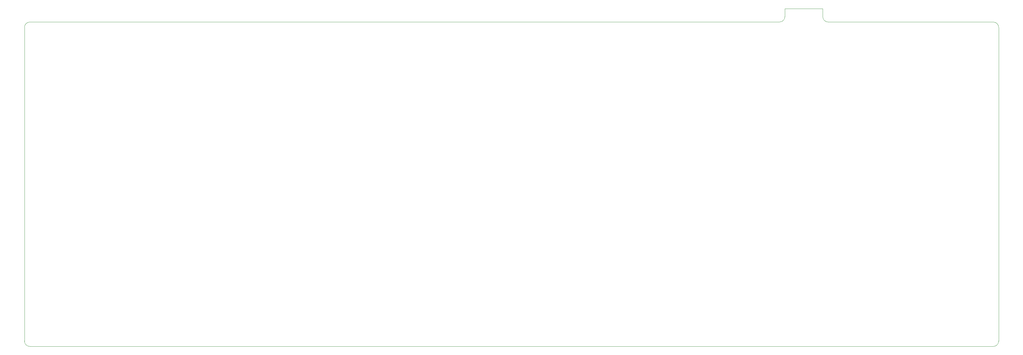
<source format=gbr>
G04 #@! TF.GenerationSoftware,KiCad,Pcbnew,(5.1.9)-1*
G04 #@! TF.CreationDate,2021-03-29T17:21:37+03:00*
G04 #@! TF.ProjectId,hotshot_keyboard,686f7473-686f-4745-9f6b-6579626f6172,rev?*
G04 #@! TF.SameCoordinates,Original*
G04 #@! TF.FileFunction,Profile,NP*
%FSLAX46Y46*%
G04 Gerber Fmt 4.6, Leading zero omitted, Abs format (unit mm)*
G04 Created by KiCad (PCBNEW (5.1.9)-1) date 2021-03-29 17:21:37*
%MOMM*%
%LPD*%
G01*
G04 APERTURE LIST*
G04 #@! TA.AperFunction,Profile*
%ADD10C,0.050000*%
G04 #@! TD*
G04 APERTURE END LIST*
D10*
X14287500Y-107950000D02*
X14287500Y-15875000D01*
X298450000Y-109537500D02*
X15875000Y-109537500D01*
X300037500Y-15875000D02*
X300037500Y-107950000D01*
X300037500Y-107950000D02*
G75*
G02*
X298450000Y-109537500I-1587500J0D01*
G01*
X15875000Y-14287500D02*
X235743750Y-14287500D01*
X250031250Y-14287500D02*
X298450000Y-14287500D01*
X250031250Y-14287500D02*
G75*
G02*
X248443750Y-12700000I0J1587500D01*
G01*
X248443750Y-10318750D02*
X248443750Y-12700000D01*
X237331250Y-10318750D02*
X248443750Y-10318750D01*
X237331250Y-12700000D02*
X237331250Y-10318750D01*
X237331250Y-12700000D02*
G75*
G02*
X235743750Y-14287500I-1587500J0D01*
G01*
X298450000Y-14287500D02*
G75*
G02*
X300037500Y-15875000I0J-1587500D01*
G01*
X15875000Y-109537500D02*
G75*
G02*
X14287500Y-107950000I0J1587500D01*
G01*
X14287500Y-15875000D02*
G75*
G02*
X15875000Y-14287500I1587500J0D01*
G01*
M02*

</source>
